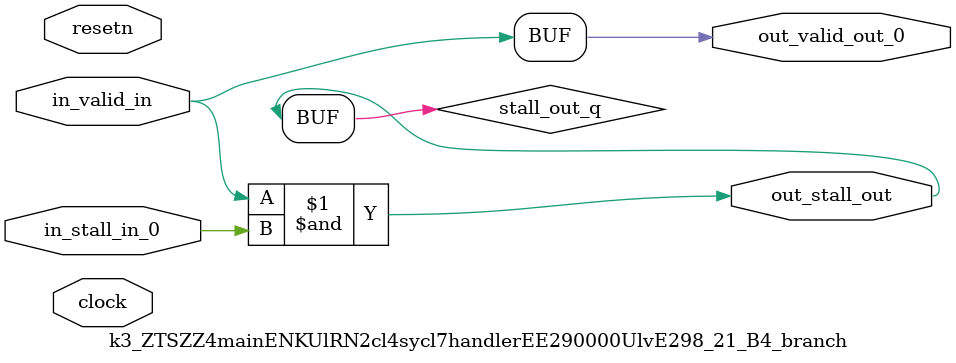
<source format=sv>



(* altera_attribute = "-name AUTO_SHIFT_REGISTER_RECOGNITION OFF; -name MESSAGE_DISABLE 10036; -name MESSAGE_DISABLE 10037; -name MESSAGE_DISABLE 14130; -name MESSAGE_DISABLE 14320; -name MESSAGE_DISABLE 15400; -name MESSAGE_DISABLE 14130; -name MESSAGE_DISABLE 10036; -name MESSAGE_DISABLE 12020; -name MESSAGE_DISABLE 12030; -name MESSAGE_DISABLE 12010; -name MESSAGE_DISABLE 12110; -name MESSAGE_DISABLE 14320; -name MESSAGE_DISABLE 13410; -name MESSAGE_DISABLE 113007; -name MESSAGE_DISABLE 10958" *)
module k3_ZTSZZ4mainENKUlRN2cl4sycl7handlerEE290000UlvE298_21_B4_branch (
    input wire [0:0] in_stall_in_0,
    input wire [0:0] in_valid_in,
    output wire [0:0] out_stall_out,
    output wire [0:0] out_valid_out_0,
    input wire clock,
    input wire resetn
    );

    wire [0:0] stall_out_q;


    // stall_out(LOGICAL,6)
    assign stall_out_q = in_valid_in & in_stall_in_0;

    // out_stall_out(GPOUT,4)
    assign out_stall_out = stall_out_q;

    // out_valid_out_0(GPOUT,5)
    assign out_valid_out_0 = in_valid_in;

endmodule

</source>
